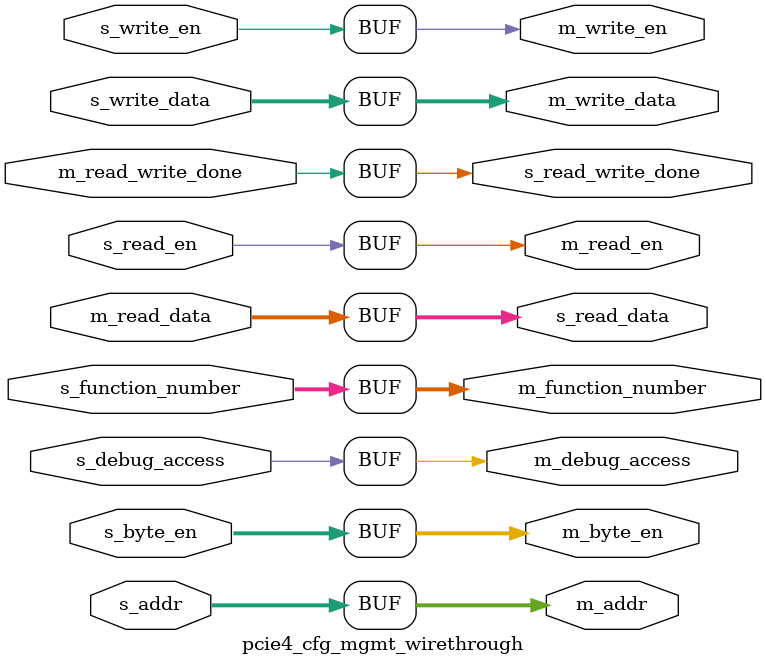
<source format=v>
module pcie4_cfg_mgmt_wirethrough
#(
parameter integer C_ADDR_WIDTH = 10,
parameter integer C_HAS_ADDR = 1,
parameter integer C_WRITE_EN_WIDTH = 1,
parameter integer C_HAS_WRITE_EN = 1,
parameter integer C_WRITE_DATA_WIDTH = 32,
parameter integer C_HAS_WRITE_DATA = 1,
parameter integer C_BYTE_EN_WIDTH = 4,
parameter integer C_HAS_BYTE_EN = 1,
parameter integer C_READ_EN_WIDTH = 1,
parameter integer C_HAS_READ_EN = 1,
parameter integer C_READ_DATA_WIDTH = 32,
parameter integer C_HAS_READ_DATA = 1,
parameter integer C_READ_WRITE_DONE_WIDTH = 1,
parameter integer C_HAS_READ_WRITE_DONE = 1,
parameter integer C_FUNCTION_NUMBER_WIDTH = 8,
parameter integer C_HAS_FUNCTION_NUMBER = 1,
parameter integer C_DEBUG_ACCESS_WIDTH = 1,
parameter integer C_HAS_DEBUG_ACCESS = 1
)
(
(* X_INTERFACE_INFO = "xilinx.com:interface:pcie4_cfg_mgmt_rtl:1.0 M_PCIE4_CFG_MGMT ADDR " *)
 output wire [((C_ADDR_WIDTH>0)?C_ADDR_WIDTH:1)-1:0] m_addr,
(* X_INTERFACE_INFO = "xilinx.com:interface:pcie4_cfg_mgmt_rtl:1.0 M_PCIE4_CFG_MGMT WRITE_EN " *)
 output wire [((C_WRITE_EN_WIDTH>0)?C_WRITE_EN_WIDTH:1)-1:0] m_write_en,
(* X_INTERFACE_INFO = "xilinx.com:interface:pcie4_cfg_mgmt_rtl:1.0 M_PCIE4_CFG_MGMT WRITE_DATA " *)
 output wire [((C_WRITE_DATA_WIDTH>0)?C_WRITE_DATA_WIDTH:1)-1:0] m_write_data,
(* X_INTERFACE_INFO = "xilinx.com:interface:pcie4_cfg_mgmt_rtl:1.0 M_PCIE4_CFG_MGMT BYTE_EN " *)
 output wire [((C_BYTE_EN_WIDTH>0)?C_BYTE_EN_WIDTH:1)-1:0] m_byte_en,
(* X_INTERFACE_INFO = "xilinx.com:interface:pcie4_cfg_mgmt_rtl:1.0 M_PCIE4_CFG_MGMT READ_EN " *)
 output wire [((C_READ_EN_WIDTH>0)?C_READ_EN_WIDTH:1)-1:0] m_read_en,
(* X_INTERFACE_INFO = "xilinx.com:interface:pcie4_cfg_mgmt_rtl:1.0 M_PCIE4_CFG_MGMT READ_DATA " *)
 input wire [((C_READ_DATA_WIDTH>0)?C_READ_DATA_WIDTH:1)-1:0] m_read_data,
(* X_INTERFACE_INFO = "xilinx.com:interface:pcie4_cfg_mgmt_rtl:1.0 M_PCIE4_CFG_MGMT READ_WRITE_DONE " *)
 input wire [((C_READ_WRITE_DONE_WIDTH>0)?C_READ_WRITE_DONE_WIDTH:1)-1:0] m_read_write_done,
(* X_INTERFACE_INFO = "xilinx.com:interface:pcie4_cfg_mgmt_rtl:1.0 M_PCIE4_CFG_MGMT FUNCTION_NUMBER " *)
 output wire [((C_FUNCTION_NUMBER_WIDTH>0)?C_FUNCTION_NUMBER_WIDTH:1)-1:0] m_function_number,
(* X_INTERFACE_INFO = "xilinx.com:interface:pcie4_cfg_mgmt_rtl:1.0 M_PCIE4_CFG_MGMT DEBUG_ACCESS " *)
 output wire [((C_DEBUG_ACCESS_WIDTH>0)?C_DEBUG_ACCESS_WIDTH:1)-1:0] m_debug_access,
(* X_INTERFACE_INFO = "xilinx.com:interface:pcie4_cfg_mgmt_rtl:1.0 S_PCIE4_CFG_MGMT ADDR " *)
input wire [((C_ADDR_WIDTH>0)?C_ADDR_WIDTH:1)-1:0] s_addr,
(* X_INTERFACE_INFO = "xilinx.com:interface:pcie4_cfg_mgmt_rtl:1.0 S_PCIE4_CFG_MGMT WRITE_EN " *)
input wire [((C_WRITE_EN_WIDTH>0)?C_WRITE_EN_WIDTH:1)-1:0] s_write_en,
(* X_INTERFACE_INFO = "xilinx.com:interface:pcie4_cfg_mgmt_rtl:1.0 S_PCIE4_CFG_MGMT WRITE_DATA " *)
input wire [((C_WRITE_DATA_WIDTH>0)?C_WRITE_DATA_WIDTH:1)-1:0] s_write_data,
(* X_INTERFACE_INFO = "xilinx.com:interface:pcie4_cfg_mgmt_rtl:1.0 S_PCIE4_CFG_MGMT BYTE_EN " *)
input wire [((C_BYTE_EN_WIDTH>0)?C_BYTE_EN_WIDTH:1)-1:0] s_byte_en,
(* X_INTERFACE_INFO = "xilinx.com:interface:pcie4_cfg_mgmt_rtl:1.0 S_PCIE4_CFG_MGMT READ_EN " *)
input wire [((C_READ_EN_WIDTH>0)?C_READ_EN_WIDTH:1)-1:0] s_read_en,
(* X_INTERFACE_INFO = "xilinx.com:interface:pcie4_cfg_mgmt_rtl:1.0 S_PCIE4_CFG_MGMT READ_DATA " *)
output wire [((C_READ_DATA_WIDTH>0)?C_READ_DATA_WIDTH:1)-1:0] s_read_data,
(* X_INTERFACE_INFO = "xilinx.com:interface:pcie4_cfg_mgmt_rtl:1.0 S_PCIE4_CFG_MGMT READ_WRITE_DONE " *)
output wire [((C_READ_WRITE_DONE_WIDTH>0)?C_READ_WRITE_DONE_WIDTH:1)-1:0] s_read_write_done,
(* X_INTERFACE_INFO = "xilinx.com:interface:pcie4_cfg_mgmt_rtl:1.0 S_PCIE4_CFG_MGMT FUNCTION_NUMBER " *)
input wire [((C_FUNCTION_NUMBER_WIDTH>0)?C_FUNCTION_NUMBER_WIDTH:1)-1:0] s_function_number,
(* X_INTERFACE_INFO = "xilinx.com:interface:pcie4_cfg_mgmt_rtl:1.0 S_PCIE4_CFG_MGMT DEBUG_ACCESS " *)
input wire [((C_DEBUG_ACCESS_WIDTH>0)?C_DEBUG_ACCESS_WIDTH:1)-1:0] s_debug_access
);
assign m_addr = s_addr;
assign m_write_en = s_write_en;
assign m_write_data = s_write_data;
assign m_byte_en = s_byte_en;
assign m_read_en = s_read_en;
assign s_read_data = m_read_data;
assign s_read_write_done = m_read_write_done;
assign m_function_number = s_function_number;
assign m_debug_access = s_debug_access;
endmodule

</source>
